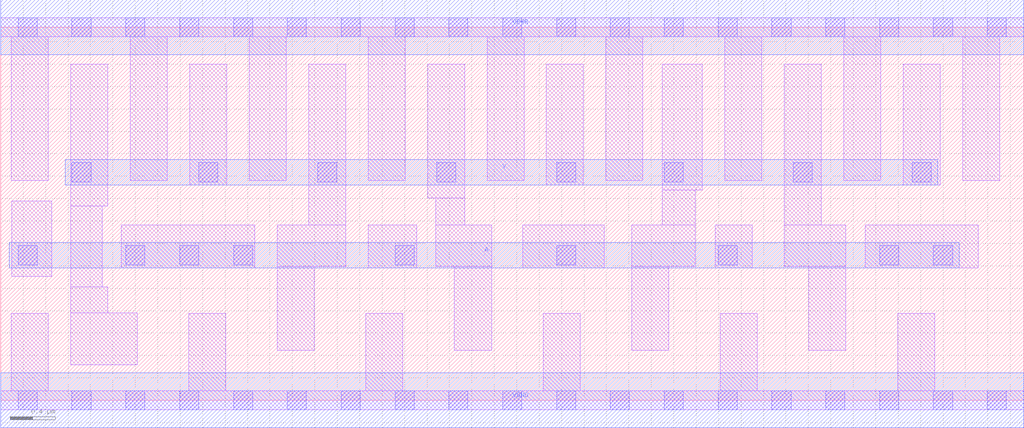
<source format=lef>
# Copyright 2020 The SkyWater PDK Authors
#
# Licensed under the Apache License, Version 2.0 (the "License");
# you may not use this file except in compliance with the License.
# You may obtain a copy of the License at
#
#     https://www.apache.org/licenses/LICENSE-2.0
#
# Unless required by applicable law or agreed to in writing, software
# distributed under the License is distributed on an "AS IS" BASIS,
# WITHOUT WARRANTIES OR CONDITIONS OF ANY KIND, either express or implied.
# See the License for the specific language governing permissions and
# limitations under the License.
#
# SPDX-License-Identifier: Apache-2.0

VERSION 5.7 ;
  NAMESCASESENSITIVE ON ;
  NOWIREEXTENSIONATPIN ON ;
  DIVIDERCHAR "/" ;
  BUSBITCHARS "[]" ;
UNITS
  DATABASE MICRONS 200 ;
END UNITS
MACRO sky130_fd_sc_lp__clkinvlp_16
  CLASS CORE ;
  SOURCE USER ;
  FOREIGN sky130_fd_sc_lp__clkinvlp_16 ;
  ORIGIN  0.000000  0.000000 ;
  SIZE  9.120000 BY  3.330000 ;
  SYMMETRY X Y R90 ;
  SITE unit ;
  PIN A
    ANTENNAGATEAREA  5.650000 ;
    DIRECTION INPUT ;
    USE SIGNAL ;
    PORT
      LAYER met1 ;
        RECT 0.075000 1.180000 8.545000 1.410000 ;
    END
  END A
  PIN Y
    ANTENNADIFFAREA  3.010000 ;
    DIRECTION OUTPUT ;
    USE SIGNAL ;
    PORT
      LAYER met1 ;
        RECT 0.575000 1.920000 8.355000 2.150000 ;
    END
  END Y
  PIN VGND
    DIRECTION INOUT ;
    USE GROUND ;
    PORT
      LAYER met1 ;
        RECT 0.000000 -0.245000 9.120000 0.245000 ;
    END
  END VGND
  PIN VPWR
    DIRECTION INOUT ;
    USE POWER ;
    PORT
      LAYER met1 ;
        RECT 0.000000 3.085000 9.120000 3.575000 ;
    END
  END VPWR
  OBS
    LAYER li1 ;
      RECT 0.000000 -0.085000 9.120000 0.085000 ;
      RECT 0.000000  3.245000 9.120000 3.415000 ;
      RECT 0.095000  0.085000 0.425000 0.775000 ;
      RECT 0.095000  1.960000 0.425000 3.245000 ;
      RECT 0.100000  1.105000 0.455000 1.780000 ;
      RECT 0.625000  0.315000 1.215000 0.780000 ;
      RECT 0.625000  0.780000 0.955000 1.010000 ;
      RECT 0.625000  1.010000 0.905000 1.735000 ;
      RECT 0.625000  1.735000 0.955000 3.000000 ;
      RECT 1.075000  1.180000 2.265000 1.565000 ;
      RECT 1.155000  1.960000 1.485000 3.245000 ;
      RECT 1.675000  0.085000 2.005000 0.775000 ;
      RECT 1.685000  1.920000 2.015000 3.000000 ;
      RECT 2.215000  1.960000 2.545000 3.245000 ;
      RECT 2.465000  0.445000 2.795000 1.195000 ;
      RECT 2.465000  1.195000 3.075000 1.565000 ;
      RECT 2.745000  1.565000 3.075000 3.000000 ;
      RECT 3.255000  0.085000 3.585000 0.775000 ;
      RECT 3.275000  1.180000 3.710000 1.565000 ;
      RECT 3.275000  1.960000 3.605000 3.245000 ;
      RECT 3.805000  1.805000 4.135000 3.000000 ;
      RECT 3.880000  1.195000 4.375000 1.565000 ;
      RECT 3.880000  1.565000 4.135000 1.805000 ;
      RECT 4.045000  0.445000 4.375000 1.195000 ;
      RECT 4.335000  1.960000 4.665000 3.245000 ;
      RECT 4.655000  1.180000 5.380000 1.565000 ;
      RECT 4.835000  0.085000 5.165000 0.775000 ;
      RECT 4.865000  1.920000 5.195000 3.000000 ;
      RECT 5.395000  1.960000 5.725000 3.245000 ;
      RECT 5.625000  0.445000 5.955000 1.195000 ;
      RECT 5.625000  1.195000 6.190000 1.565000 ;
      RECT 5.895000  1.565000 6.190000 1.875000 ;
      RECT 5.895000  1.875000 6.255000 3.000000 ;
      RECT 6.370000  1.180000 6.700000 1.565000 ;
      RECT 6.415000  0.085000 6.745000 0.775000 ;
      RECT 6.455000  1.960000 6.785000 3.245000 ;
      RECT 6.985000  1.195000 7.535000 1.565000 ;
      RECT 6.985000  1.565000 7.315000 3.000000 ;
      RECT 7.205000  0.445000 7.535000 1.195000 ;
      RECT 7.515000  1.960000 7.845000 3.245000 ;
      RECT 7.705000  1.180000 8.715000 1.565000 ;
      RECT 7.995000  0.085000 8.325000 0.775000 ;
      RECT 8.045000  1.920000 8.375000 3.000000 ;
      RECT 8.575000  1.960000 8.905000 3.245000 ;
    LAYER mcon ;
      RECT 0.155000 -0.085000 0.325000 0.085000 ;
      RECT 0.155000  1.210000 0.325000 1.380000 ;
      RECT 0.155000  3.245000 0.325000 3.415000 ;
      RECT 0.635000 -0.085000 0.805000 0.085000 ;
      RECT 0.635000  1.950000 0.805000 2.120000 ;
      RECT 0.635000  3.245000 0.805000 3.415000 ;
      RECT 1.115000 -0.085000 1.285000 0.085000 ;
      RECT 1.115000  1.210000 1.285000 1.380000 ;
      RECT 1.115000  3.245000 1.285000 3.415000 ;
      RECT 1.595000 -0.085000 1.765000 0.085000 ;
      RECT 1.595000  1.210000 1.765000 1.380000 ;
      RECT 1.595000  3.245000 1.765000 3.415000 ;
      RECT 1.765000  1.950000 1.935000 2.120000 ;
      RECT 2.075000 -0.085000 2.245000 0.085000 ;
      RECT 2.075000  1.210000 2.245000 1.380000 ;
      RECT 2.075000  3.245000 2.245000 3.415000 ;
      RECT 2.555000 -0.085000 2.725000 0.085000 ;
      RECT 2.555000  3.245000 2.725000 3.415000 ;
      RECT 2.825000  1.950000 2.995000 2.120000 ;
      RECT 3.035000 -0.085000 3.205000 0.085000 ;
      RECT 3.035000  3.245000 3.205000 3.415000 ;
      RECT 3.515000 -0.085000 3.685000 0.085000 ;
      RECT 3.515000  1.210000 3.685000 1.380000 ;
      RECT 3.515000  3.245000 3.685000 3.415000 ;
      RECT 3.885000  1.950000 4.055000 2.120000 ;
      RECT 3.995000 -0.085000 4.165000 0.085000 ;
      RECT 3.995000  3.245000 4.165000 3.415000 ;
      RECT 4.475000 -0.085000 4.645000 0.085000 ;
      RECT 4.475000  3.245000 4.645000 3.415000 ;
      RECT 4.955000 -0.085000 5.125000 0.085000 ;
      RECT 4.955000  1.210000 5.125000 1.380000 ;
      RECT 4.955000  1.950000 5.125000 2.120000 ;
      RECT 4.955000  3.245000 5.125000 3.415000 ;
      RECT 5.435000 -0.085000 5.605000 0.085000 ;
      RECT 5.435000  3.245000 5.605000 3.415000 ;
      RECT 5.915000 -0.085000 6.085000 0.085000 ;
      RECT 5.915000  1.950000 6.085000 2.120000 ;
      RECT 5.915000  3.245000 6.085000 3.415000 ;
      RECT 6.395000 -0.085000 6.565000 0.085000 ;
      RECT 6.395000  1.210000 6.565000 1.380000 ;
      RECT 6.395000  3.245000 6.565000 3.415000 ;
      RECT 6.875000 -0.085000 7.045000 0.085000 ;
      RECT 6.875000  3.245000 7.045000 3.415000 ;
      RECT 7.065000  1.950000 7.235000 2.120000 ;
      RECT 7.355000 -0.085000 7.525000 0.085000 ;
      RECT 7.355000  3.245000 7.525000 3.415000 ;
      RECT 7.835000 -0.085000 8.005000 0.085000 ;
      RECT 7.835000  1.210000 8.005000 1.380000 ;
      RECT 7.835000  3.245000 8.005000 3.415000 ;
      RECT 8.125000  1.950000 8.295000 2.120000 ;
      RECT 8.315000 -0.085000 8.485000 0.085000 ;
      RECT 8.315000  1.210000 8.485000 1.380000 ;
      RECT 8.315000  3.245000 8.485000 3.415000 ;
      RECT 8.795000 -0.085000 8.965000 0.085000 ;
      RECT 8.795000  3.245000 8.965000 3.415000 ;
  END
END sky130_fd_sc_lp__clkinvlp_16
END LIBRARY

</source>
